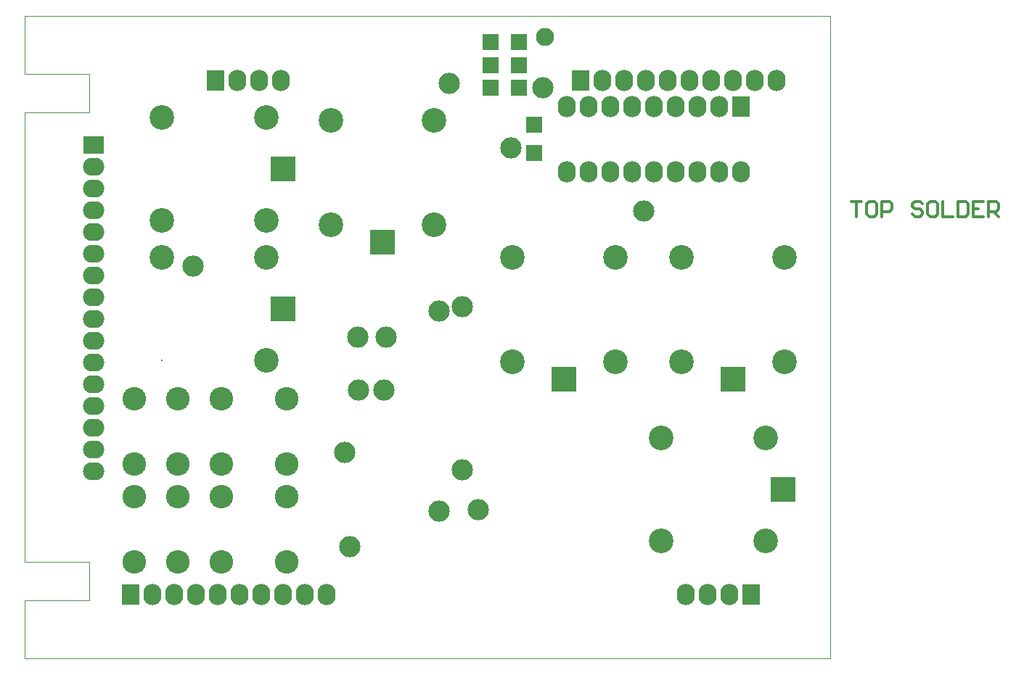
<source format=gts>
%FSLAX25Y25*%
%MOIN*%
G70*
G01*
G75*
G04 Layer_Color=8388736*
%ADD10C,0.03200*%
%ADD11C,0.02400*%
%ADD12R,0.06693X0.06693*%
%ADD13R,0.06693X0.06693*%
%ADD14C,0.00400*%
%ADD15C,0.01200*%
%ADD16R,0.07500X0.09000*%
%ADD17O,0.07500X0.09000*%
%ADD18O,0.07500X0.09000*%
%ADD19R,0.07500X0.09000*%
%ADD20O,0.09000X0.07500*%
%ADD21R,0.09000X0.07500*%
%ADD22R,0.10500X0.10500*%
%ADD23C,0.10500*%
%ADD24R,0.10500X0.10500*%
%ADD25C,0.10000*%
%ADD26C,0.09000*%
%ADD27C,0.07500*%
%ADD28C,0.06000*%
%ADD29C,0.04000*%
%ADD30R,0.06693X0.05118*%
%ADD31R,0.05118X0.06693*%
%ADD32C,0.01400*%
%ADD33C,0.00600*%
%ADD34C,0.00800*%
%ADD35C,0.00787*%
%ADD36C,0.01600*%
%ADD37C,0.01000*%
%ADD38R,0.07493X0.07493*%
%ADD39R,0.07493X0.07493*%
%ADD40R,0.08300X0.09800*%
%ADD41O,0.08300X0.09800*%
%ADD42O,0.08300X0.09800*%
%ADD43R,0.08300X0.09800*%
%ADD44O,0.09800X0.08300*%
%ADD45R,0.09800X0.08300*%
%ADD46R,0.11300X0.11300*%
%ADD47C,0.11300*%
%ADD48C,0.00800*%
%ADD49R,0.11300X0.11300*%
%ADD50C,0.10800*%
%ADD51C,0.09800*%
%ADD52C,0.08300*%
D14*
X393701Y420276D02*
X423228D01*
Y437992D01*
X393701D02*
X423228D01*
X393701D02*
Y644685D01*
X423228D01*
Y662402D01*
X393701D02*
X423228D01*
X393701D02*
Y688976D01*
X763779D01*
Y393701D02*
Y688976D01*
X763779Y393701D02*
X763779Y393701D01*
X393701Y393701D02*
X763779D01*
X393701Y393701D02*
X393701Y393701D01*
X393701Y393701D02*
Y420276D01*
D15*
X773404Y603831D02*
X778069D01*
X775737D01*
Y596833D01*
X783901Y603831D02*
X781568D01*
X780402Y602665D01*
Y597999D01*
X781568Y596833D01*
X783901D01*
X785067Y597999D01*
Y602665D01*
X783901Y603831D01*
X787399Y596833D02*
Y603831D01*
X790898D01*
X792065Y602665D01*
Y600332D01*
X790898Y599166D01*
X787399D01*
X806060Y602665D02*
X804894Y603831D01*
X802561D01*
X801395Y602665D01*
Y601498D01*
X802561Y600332D01*
X804894D01*
X806060Y599166D01*
Y597999D01*
X804894Y596833D01*
X802561D01*
X801395Y597999D01*
X811891Y603831D02*
X809559D01*
X808393Y602665D01*
Y597999D01*
X809559Y596833D01*
X811891D01*
X813058Y597999D01*
Y602665D01*
X811891Y603831D01*
X815390D02*
Y596833D01*
X820055D01*
X822388Y603831D02*
Y596833D01*
X825887D01*
X827053Y597999D01*
Y602665D01*
X825887Y603831D01*
X822388D01*
X834051D02*
X829386D01*
Y596833D01*
X834051D01*
X829386Y600332D02*
X831718D01*
X836384Y596833D02*
Y603831D01*
X839882D01*
X841049Y602665D01*
Y600332D01*
X839882Y599166D01*
X836384D01*
X838716D02*
X841049Y596833D01*
D38*
X607504Y677000D02*
D03*
X620496D02*
D03*
Y666500D02*
D03*
X607504D02*
D03*
X620496Y656000D02*
D03*
X607504D02*
D03*
D39*
X627500Y638996D02*
D03*
Y626004D02*
D03*
D40*
X722500Y647500D02*
D03*
D41*
X712500D02*
D03*
X702500D02*
D03*
X692500D02*
D03*
X682500D02*
D03*
X672500D02*
D03*
X662500D02*
D03*
X652500D02*
D03*
X642500D02*
D03*
X722500Y617500D02*
D03*
X712500D02*
D03*
X702500D02*
D03*
X692500D02*
D03*
X682500D02*
D03*
X672500D02*
D03*
X662500D02*
D03*
X652500D02*
D03*
X642500D02*
D03*
D42*
X511339Y659449D02*
D03*
X501339D02*
D03*
X491339D02*
D03*
X697323Y423228D02*
D03*
X707323D02*
D03*
X717323D02*
D03*
X658976Y659449D02*
D03*
X678976D02*
D03*
X688976D02*
D03*
X698976D02*
D03*
X708976D02*
D03*
X718976D02*
D03*
X728976D02*
D03*
X738976D02*
D03*
X668976D02*
D03*
X452205Y423228D02*
D03*
X472205D02*
D03*
X482205D02*
D03*
X492205D02*
D03*
X502205D02*
D03*
X512205D02*
D03*
X522205D02*
D03*
X532205D02*
D03*
X462205D02*
D03*
D43*
X481339Y659449D02*
D03*
X727323Y423228D02*
D03*
X648976Y659449D02*
D03*
X442205Y423228D02*
D03*
D44*
X425197Y479921D02*
D03*
Y489921D02*
D03*
Y499921D02*
D03*
Y509921D02*
D03*
Y519921D02*
D03*
Y529921D02*
D03*
Y539921D02*
D03*
Y549921D02*
D03*
Y559921D02*
D03*
Y569921D02*
D03*
Y579921D02*
D03*
Y589921D02*
D03*
Y599921D02*
D03*
Y609921D02*
D03*
Y619921D02*
D03*
D45*
Y629921D02*
D03*
D46*
X741874Y471378D02*
D03*
X512374Y618878D02*
D03*
Y554378D02*
D03*
D47*
X734000Y495000D02*
D03*
Y447756D02*
D03*
X685968D02*
D03*
Y495000D02*
D03*
X456468Y642500D02*
D03*
Y595256D02*
D03*
X504500D02*
D03*
Y642500D02*
D03*
X456468Y578000D02*
D03*
X504500Y530756D02*
D03*
Y578000D02*
D03*
X742500Y578031D02*
D03*
X695256D02*
D03*
Y530000D02*
D03*
X742500D02*
D03*
X581500Y593000D02*
D03*
X534256D02*
D03*
Y641032D02*
D03*
X581500D02*
D03*
X665000Y578031D02*
D03*
X617756D02*
D03*
Y530000D02*
D03*
X665000D02*
D03*
D48*
X456468Y530756D02*
D03*
D49*
X718878Y522126D02*
D03*
X557878Y585126D02*
D03*
X641378Y522126D02*
D03*
D50*
X444000Y468000D02*
D03*
Y438000D02*
D03*
X464000D02*
D03*
Y468000D02*
D03*
X484000D02*
D03*
Y438000D02*
D03*
X514000Y468000D02*
D03*
Y438000D02*
D03*
X444000Y513000D02*
D03*
Y483000D02*
D03*
X464000D02*
D03*
Y513000D02*
D03*
X484000D02*
D03*
Y483000D02*
D03*
X514000Y513000D02*
D03*
Y483000D02*
D03*
D51*
X543000Y445000D02*
D03*
X540500Y488500D02*
D03*
X559500Y541500D02*
D03*
X558500Y517000D02*
D03*
X471000Y574000D02*
D03*
X602000Y462000D02*
D03*
X584000Y461500D02*
D03*
Y553500D02*
D03*
X617000Y628500D02*
D03*
X588500Y658000D02*
D03*
X678000Y599500D02*
D03*
X594500Y555500D02*
D03*
X547000Y517000D02*
D03*
X546500Y541500D02*
D03*
X594500Y480500D02*
D03*
X631500Y656000D02*
D03*
D52*
X632500Y679500D02*
D03*
M02*

</source>
